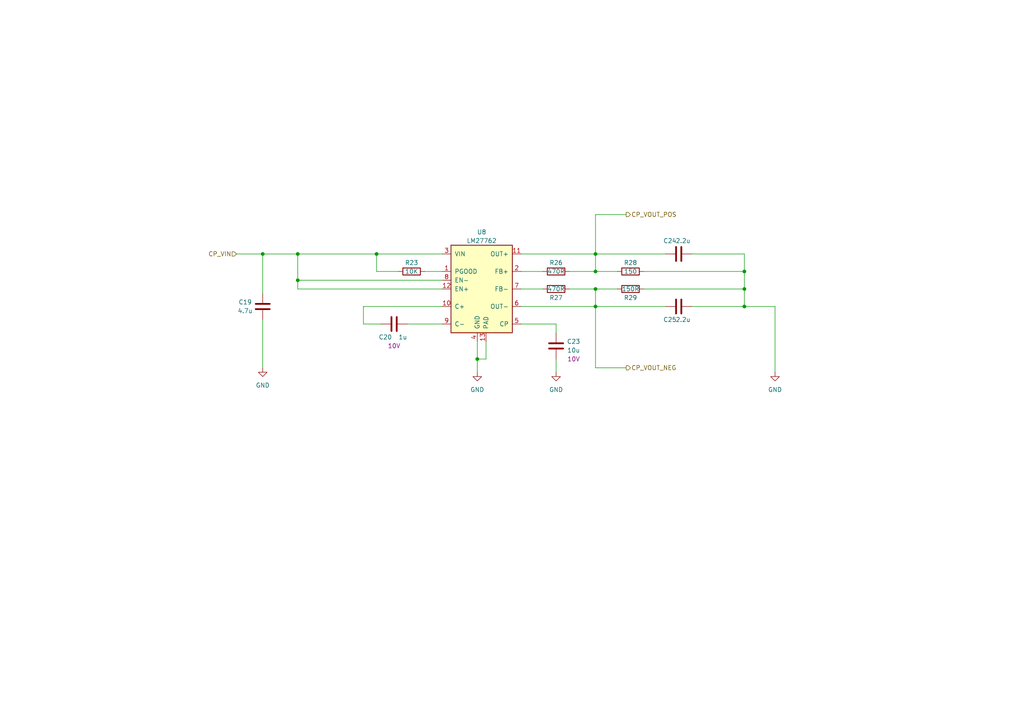
<source format=kicad_sch>
(kicad_sch (version 20230121) (generator eeschema)
  (paper "A4")
  (lib_symbols
    (symbol "Device:C" (pin_numbers hide) (pin_names (offset 0.254))
      (property "Reference" "C" (at 0.635 2.54 0))
      (property "Value" "C" (at 0.635 -2.54 0))
      (symbol "C_0_1"
        (polyline (pts (xy -2.032 -0.762) (xy 2.032 -0.762)) (stroke (width 0.508)))
        (polyline (pts (xy -2.032 0.762) (xy 2.032 0.762)) (stroke (width 0.508)))
      )
      (symbol "C_1_1"
        (pin passive line (at 0 3.81 270) (length 2.794) (name "~") (number "1"))
        (pin passive line (at 0 -3.81 90) (length 2.794) (name "~") (number "2"))
      )
    )
    (symbol "Device:R" (pin_numbers hide) (pin_names (offset 0))
      (property "Reference" "R" (at 2.032 0 90))
      (property "Value" "R" (at 0 0 90))
      (symbol "R_0_1"
        (rectangle (start -1.016 -2.54) (end 1.016 2.54) (stroke (width 0.254)))
      )
      (symbol "R_1_1"
        (pin passive line (at 0 3.81 270) (length 1.27) (name "~") (number "1"))
        (pin passive line (at 0 -3.81 90) (length 1.27) (name "~") (number "2"))
      )
    )
    (symbol "Regulator_SwitchedCapacitor:LM27762" (pin_names (offset 1.016))
      (property "Reference" "U" (at -6.604 8.89 0))
      (property "Value" "LM27762" (at 6.096 8.89 0))
      (symbol "LM27762_0_1"
        (rectangle (start -7.62 7.62) (end 10.16 -17.78) (stroke (width 0.254)) (fill (type background)))
      )
      (symbol "LM27762_1_1"
        (pin open_collector line (at -10.16 0 0) (length 2.54) (name "PGOOD") (number "1"))
        (pin passive line (at -10.16 -10.16 0) (length 2.54) (name "C+") (number "10"))
        (pin power_out line (at 12.7 5.08 180) (length 2.54) (name "OUT+") (number "11"))
        (pin input line (at -10.16 -5.08 0) (length 2.54) (name "EN+") (number "12"))
        (pin power_in line (at 2.54 -20.32 90) (length 2.54) (name "PAD") (number "13"))
        (pin input line (at 12.7 0 180) (length 2.54) (name "FB+") (number "2"))
        (pin power_in line (at -10.16 5.08 0) (length 2.54) (name "VIN") (number "3"))
        (pin power_in line (at 0 -20.32 90) (length 2.54) (name "GND") (number "4"))
        (pin passive line (at 12.7 -15.24 180) (length 2.54) (name "CP") (number "5"))
        (pin power_out line (at 12.7 -10.16 180) (length 2.54) (name "OUT-") (number "6"))
        (pin input line (at 12.7 -5.08 180) (length 2.54) (name "FB-") (number "7"))
        (pin input line (at -10.16 -2.54 0) (length 2.54) (name "EN-") (number "8"))
        (pin passive line (at -10.16 -15.24 0) (length 2.54) (name "C-") (number "9"))
      )
    )
    (symbol "power:GND" (power) (pin_names (offset 0))
      (property "Value" "GND" (at 0 -3.81 0))
      (symbol "GND_0_1"
        (polyline (pts (xy 0 0) (xy 0 -1.27) (xy 1.27 -1.27) (xy 0 -2.54) (xy -1.27 -1.27) (xy 0 -1.27)))
      )
      (symbol "GND_1_1"
        (pin power_in line (at 0 0 270) (length 0) hide (name "GND") (number "1"))
      )
    )
  )
  (junction (at 76.2 73.66))
  (junction (at 172.72 73.66))
  (junction (at 86.36 81.28))
  (junction (at 215.9 83.82))
  (junction (at 109.22 73.66))
  (junction (at 172.72 78.74))
  (junction (at 86.36 73.66))
  (junction (at 172.72 88.9))
  (junction (at 138.43 104.14))
  (junction (at 215.9 78.74))
  (junction (at 172.72 83.82))
  (junction (at 215.9 88.9))
  (wire (pts (xy 86.36 81.28) (xy 86.36 73.66)))
  (wire (pts (xy 140.97 104.14) (xy 140.97 99.06)))
  (wire (pts (xy 200.66 88.9) (xy 215.9 88.9)))
  (wire (pts (xy 215.9 88.9) (xy 224.79 88.9)))
  (wire (pts (xy 215.9 88.9) (xy 215.9 83.82)))
  (wire (pts (xy 224.79 88.9) (xy 224.79 107.95)))
  (wire (pts (xy 215.9 73.66) (xy 215.9 78.74)))
  (wire (pts (xy 172.72 73.66) (xy 193.04 73.66)))
  (wire (pts (xy 86.36 73.66) (xy 109.22 73.66)))
  (wire (pts (xy 151.13 78.74) (xy 157.48 78.74)))
  (wire (pts (xy 165.1 83.82) (xy 172.72 83.82)))
  (wire (pts (xy 76.2 92.71) (xy 76.2 106.68)))
  (wire (pts (xy 165.1 78.74) (xy 172.72 78.74)))
  (wire (pts (xy 118.11 93.98) (xy 128.27 93.98)))
  (wire (pts (xy 138.43 104.14) (xy 138.43 107.95)))
  (wire (pts (xy 151.13 73.66) (xy 172.72 73.66)))
  (wire (pts (xy 105.41 93.98) (xy 105.41 88.9)))
  (wire (pts (xy 115.57 78.74) (xy 109.22 78.74)))
  (wire (pts (xy 109.22 73.66) (xy 128.27 73.66)))
  (wire (pts (xy 105.41 88.9) (xy 128.27 88.9)))
  (wire (pts (xy 215.9 78.74) (xy 215.9 83.82)))
  (wire (pts (xy 172.72 62.23) (xy 172.72 73.66)))
  (wire (pts (xy 172.72 106.68) (xy 181.61 106.68)))
  (wire (pts (xy 172.72 106.68) (xy 172.72 88.9)))
  (wire (pts (xy 161.29 96.52) (xy 161.29 93.98)))
  (wire (pts (xy 172.72 62.23) (xy 181.61 62.23)))
  (wire (pts (xy 172.72 78.74) (xy 179.07 78.74)))
  (wire (pts (xy 109.22 78.74) (xy 109.22 73.66)))
  (wire (pts (xy 138.43 104.14) (xy 140.97 104.14)))
  (wire (pts (xy 172.72 83.82) (xy 179.07 83.82)))
  (wire (pts (xy 86.36 81.28) (xy 128.27 81.28)))
  (wire (pts (xy 151.13 88.9) (xy 172.72 88.9)))
  (wire (pts (xy 76.2 73.66) (xy 86.36 73.66)))
  (wire (pts (xy 161.29 104.14) (xy 161.29 107.95)))
  (wire (pts (xy 76.2 73.66) (xy 76.2 85.09)))
  (wire (pts (xy 86.36 83.82) (xy 86.36 81.28)))
  (wire (pts (xy 110.49 93.98) (xy 105.41 93.98)))
  (wire (pts (xy 68.58 73.66) (xy 76.2 73.66)))
  (wire (pts (xy 138.43 99.06) (xy 138.43 104.14)))
  (wire (pts (xy 172.72 88.9) (xy 193.04 88.9)))
  (wire (pts (xy 86.36 83.82) (xy 128.27 83.82)))
  (wire (pts (xy 186.69 78.74) (xy 215.9 78.74)))
  (wire (pts (xy 172.72 78.74) (xy 172.72 73.66)))
  (wire (pts (xy 172.72 83.82) (xy 172.72 88.9)))
  (wire (pts (xy 151.13 83.82) (xy 157.48 83.82)))
  (wire (pts (xy 161.29 93.98) (xy 151.13 93.98)))
  (wire (pts (xy 186.69 83.82) (xy 215.9 83.82)))
  (wire (pts (xy 200.66 73.66) (xy 215.9 73.66)))
  (wire (pts (xy 123.19 78.74) (xy 128.27 78.74)))
  (hierarchical_label "CP_VOUT_NEG" (shape output) (at 181.61 106.68 0))
  (hierarchical_label "CP_VOUT_POS" (shape output) (at 181.61 62.23 0))
  (hierarchical_label "CP_VIN" (shape input) (at 68.58 73.66 180))
  (symbol (lib_id "Device:R") (at 161.29 83.82 90) (unit 1)
    (property "Reference" "R27" (at 161.29 86.36 90))
    (property "Value" "470R" (at 161.29 83.82 90))
    (property "Footprint" "Resistor_SMD:R_0805_2012Metric_Pad1.20x1.40mm_HandSolder" (effects hide))
    (instances (project "adsr_vca_fx" (path "" (reference "R27") (unit 1))) (project "mxr_microamp" (path "" (reference "R9") (unit 1)) (path "" (reference "R9") (unit 1))))
  )
  (symbol (lib_id "Device:R") (at 182.88 78.74 90) (mirror x) (unit 1)
    (property "Reference" "R28" (at 182.88 76.2 90))
    (property "Value" "150" (at 182.88 78.74 90))
    (property "Footprint" "Resistor_SMD:R_0805_2012Metric_Pad1.20x1.40mm_HandSolder" (effects hide))
    (instances (project "adsr_vca_fx" (path "" (reference "R28") (unit 1))) (project "mxr_microamp" (path "" (reference "R8") (unit 1)) (path "" (reference "R10") (unit 1))))
  )
  (symbol (lib_id "power:GND") (at 224.79 107.95 0) (unit 1)
    (property "Reference" "#PWR0103" (effects hide))
    (property "Value" "GND" (at 224.79 113.03 0))
    (instances (project "adsr_vca_fx" (path "" (reference "#PWR0103") (unit 1))) (project "mxr_microamp" (path "" (reference "#PWR010") (unit 1))))
  )
  (symbol (lib_id "Device:C") (at 196.85 88.9 90) (mirror x) (unit 1)
    (property "Reference" "C25" (at 194.31 92.71 90))
    (property "Value" "2.2u" (at 198.12 92.71 90))
    (property "Footprint" "Capacitor_SMD:C_0805_2012Metric_Pad1.18x1.45mm_HandSolder" (effects hide))
    (instances (project "adsr_vca_fx" (path "" (reference "C25") (unit 1))) (project "mxr_microamp" (path "" (reference "C5") (unit 1)) (path "" (reference "C7") (unit 1))))
  )
  (symbol (lib_id "Device:C") (at 114.3 93.98 270) (unit 1)
    (property "Reference" "C20" (at 111.76 97.79 90))
    (property "Value" "1u" (at 116.84 97.79 90))
    (property "Footprint" "Capacitor_SMD:C_0805_2012Metric_Pad1.18x1.45mm_HandSolder" (effects hide))
    (property "Voltage" "10V" (at 114.3 100.33 90))
    (instances (project "adsr_vca_fx" (path "" (reference "C20") (unit 1))) (project "mxr_microamp" (path "" (reference "C4") (unit 1)) (path "" (reference "C4") (unit 1))))
  )
  (symbol (lib_id "power:GND") (at 76.2 106.68 0) (unit 1)
    (property "Reference" "#PWR0102" (effects hide))
    (property "Value" "GND" (at 76.2 111.76 0))
    (instances (project "adsr_vca_fx" (path "" (reference "#PWR0102") (unit 1))) (project "mxr_microamp" (path "" (reference "#PWR012") (unit 1))))
  )
  (symbol (lib_id "Device:R") (at 182.88 83.82 90) (unit 1)
    (property "Reference" "R29" (at 182.88 86.36 90))
    (property "Value" "150R" (at 182.88 83.82 90))
    (property "Footprint" "Resistor_SMD:R_0805_2012Metric_Pad1.20x1.40mm_HandSolder" (effects hide))
    (instances (project "adsr_vca_fx" (path "" (reference "R29") (unit 1))) (project "mxr_microamp" (path "" (reference "R8") (unit 1)) (path "" (reference "R11") (unit 1))))
  )
  (symbol (lib_id "Device:C") (at 161.29 100.33 0) (unit 1)
    (property "Reference" "C23" (at 166.37 99.06 0))
    (property "Value" "10u" (at 166.37 101.6 0))
    (property "Footprint" "Capacitor_SMD:C_0805_2012Metric_Pad1.18x1.45mm_HandSolder" (effects hide))
    (property "Voltage" "10V" (at 166.37 104.14 0))
    (instances (project "adsr_vca_fx" (path "" (reference "C23") (unit 1))) (project "mxr_microamp" (path "" (reference "C5") (unit 1)) (path "" (reference "C5") (unit 1))))
  )
  (symbol (lib_id "Device:R") (at 119.38 78.74 90) (mirror x) (unit 1)
    (property "Reference" "R23" (at 119.38 76.2 90))
    (property "Value" "10K" (at 119.38 78.74 90))
    (property "Footprint" "Resistor_SMD:R_0805_2012Metric_Pad1.20x1.40mm_HandSolder" (effects hide))
    (instances (project "adsr_vca_fx" (path "" (reference "R23") (unit 1))) (project "mxr_microamp" (path "" (reference "R7") (unit 1)) (path "" (reference "R7") (unit 1))))
  )
  (symbol (lib_id "power:GND") (at 138.43 107.95 0) (unit 1)
    (property "Reference" "#PWR0101" (effects hide))
    (property "Value" "GND" (at 138.43 113.03 0))
    (instances (project "adsr_vca_fx" (path "" (reference "#PWR0101") (unit 1))) (project "mxr_microamp" (path "" (reference "#PWR011") (unit 1))))
  )
  (symbol (lib_id "Device:R") (at 161.29 78.74 90) (mirror x) (unit 1)
    (property "Reference" "R26" (at 161.29 76.2 90))
    (property "Value" "470R" (at 161.29 78.74 90))
    (property "Footprint" "Resistor_SMD:R_0805_2012Metric_Pad1.20x1.40mm_HandSolder" (effects hide))
    (instances (project "adsr_vca_fx" (path "" (reference "R26") (unit 1))) (project "mxr_microamp" (path "" (reference "R8") (unit 1)) (path "" (reference "R8") (unit 1))))
  )
  (symbol (lib_id "Device:C") (at 196.85 73.66 90) (unit 1)
    (property "Reference" "C24" (at 194.31 69.85 90))
    (property "Value" "2.2u" (at 198.12 69.85 90))
    (property "Footprint" "Capacitor_SMD:C_0805_2012Metric_Pad1.18x1.45mm_HandSolder" (effects hide))
    (instances (project "adsr_vca_fx" (path "" (reference "C24") (unit 1))) (project "mxr_microamp" (path "" (reference "C5") (unit 1)) (path "" (reference "C6") (unit 1))))
  )
  (symbol (lib_id "power:GND") (at 161.29 107.95 0) (unit 1)
    (property "Reference" "#PWR0104" (effects hide))
    (property "Value" "GND" (at 161.29 113.03 0))
    (instances (project "adsr_vca_fx" (path "" (reference "#PWR0104") (unit 1))) (project "mxr_microamp" (path "" (reference "#PWR09") (unit 1)) (path "" (reference "#PWR09") (unit 1))))
  )
  (symbol (lib_id "Regulator_SwitchedCapacitor:LM27762") (at 138.43 78.74 0) (unit 1)
    (property "Reference" "U8" (at 139.7 67.31 0))
    (property "Value" "LM27762" (at 139.7 69.85 0))
    (property "Footprint" "Package_SON:WSON-12-1EP_3x2mm_P0.5mm_EP1x2.65_ThermalVias" (effects hide))
    (property "Datasheet" "${KIPRJMOD}/../../hw/datasheets/lm27762.pdf" (effects hide))
    (instances (project "adsr_vca_fx" (path "" (reference "U8") (unit 1))) (project "mxr_microamp" (path "" (reference "U2") (unit 1)) (path "" (reference "U2") (unit 1))))
  )
  (symbol (lib_id "Device:C") (at 76.2 88.9 0) (unit 1)
    (property "Reference" "C19" (at 71.12 87.63 0))
    (property "Value" "4.7u" (at 71.12 90.17 0))
    (property "Footprint" "Capacitor_SMD:C_0805_2012Metric_Pad1.18x1.45mm_HandSolder" (effects hide))
    (instances (project "adsr_vca_fx" (path "" (reference "C19") (unit 1))) (project "mxr_microamp" (path "" (reference "C4") (unit 1)) (path "" (reference "C8") (unit 1))))
  )
)
</source>
